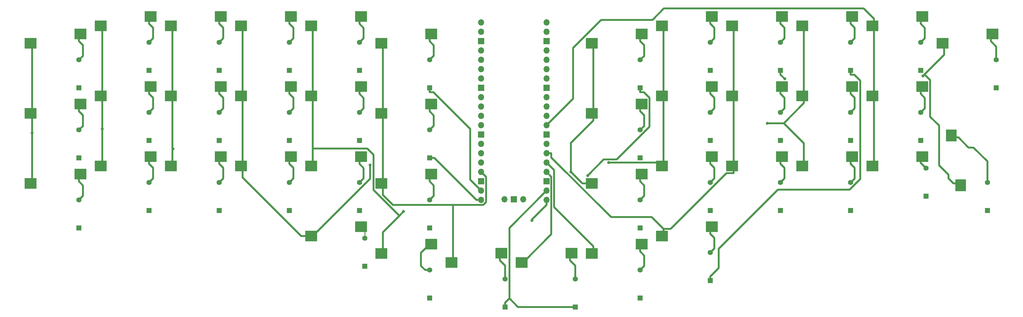
<source format=gbl>
G04 #@! TF.GenerationSoftware,KiCad,Pcbnew,8.0.4*
G04 #@! TF.CreationDate,2024-09-08T18:57:20+09:00*
G04 #@! TF.ProjectId,first_keyboard,66697273-745f-46b6-9579-626f6172642e,rev?*
G04 #@! TF.SameCoordinates,Original*
G04 #@! TF.FileFunction,Copper,L2,Bot*
G04 #@! TF.FilePolarity,Positive*
%FSLAX46Y46*%
G04 Gerber Fmt 4.6, Leading zero omitted, Abs format (unit mm)*
G04 Created by KiCad (PCBNEW 8.0.4) date 2024-09-08 18:57:20*
%MOMM*%
%LPD*%
G01*
G04 APERTURE LIST*
G04 #@! TA.AperFunction,SMDPad,CuDef*
%ADD10R,3.300000X3.000000*%
G04 #@! TD*
G04 #@! TA.AperFunction,SMDPad,CuDef*
%ADD11R,3.000000X3.300000*%
G04 #@! TD*
G04 #@! TA.AperFunction,ComponentPad*
%ADD12O,1.700000X1.700000*%
G04 #@! TD*
G04 #@! TA.AperFunction,ComponentPad*
%ADD13R,1.700000X1.700000*%
G04 #@! TD*
G04 #@! TA.AperFunction,ComponentPad*
%ADD14R,1.397000X1.397000*%
G04 #@! TD*
G04 #@! TA.AperFunction,ComponentPad*
%ADD15C,1.397000*%
G04 #@! TD*
G04 #@! TA.AperFunction,ViaPad*
%ADD16C,0.800000*%
G04 #@! TD*
G04 #@! TA.AperFunction,Conductor*
%ADD17C,0.500000*%
G04 #@! TD*
G04 #@! TA.AperFunction,Conductor*
%ADD18C,0.250000*%
G04 #@! TD*
G04 APERTURE END LIST*
D10*
X185431300Y-185538700D03*
X199031300Y-182998700D03*
X223531300Y-145057500D03*
X237131300Y-142517500D03*
X223531300Y-183157500D03*
X237131300Y-180617500D03*
X147331300Y-178395000D03*
X160931300Y-175855000D03*
X299731300Y-159345000D03*
X313331300Y-156805000D03*
X223531300Y-126007500D03*
X237131300Y-123467500D03*
X261631300Y-140295000D03*
X275231300Y-137755000D03*
X71131300Y-126007500D03*
X84731300Y-123467500D03*
X166381300Y-126007500D03*
X179981300Y-123467500D03*
X109231300Y-159345000D03*
X122831300Y-156805000D03*
X166381300Y-145057500D03*
X179981300Y-142517500D03*
X242581300Y-140295000D03*
X256181300Y-137755000D03*
X90181300Y-121245000D03*
X103781300Y-118705000D03*
X280681300Y-121245000D03*
X294281300Y-118705000D03*
X147331300Y-121245000D03*
X160931300Y-118705000D03*
X242581300Y-159345000D03*
X256181300Y-156805000D03*
D11*
X323691300Y-164562500D03*
X321151300Y-151062500D03*
D10*
X280681300Y-140295000D03*
X294281300Y-137755000D03*
X299731300Y-121245000D03*
X313331300Y-118705000D03*
X318781300Y-126007500D03*
X332381300Y-123467500D03*
X71131300Y-164107500D03*
X84731300Y-161567500D03*
X71131300Y-145057500D03*
X84731300Y-142517500D03*
X166381300Y-183157500D03*
X179981300Y-180617500D03*
X109231300Y-121245000D03*
X122831300Y-118705000D03*
X242581300Y-121245000D03*
X256181300Y-118705000D03*
X90181300Y-159345000D03*
X103781300Y-156805000D03*
X223531300Y-164107500D03*
X237131300Y-161567500D03*
X299731300Y-140295000D03*
X313331300Y-137755000D03*
X128281300Y-140295000D03*
X141881300Y-137755000D03*
X280681300Y-159345000D03*
X294281300Y-156805000D03*
X261631300Y-159345000D03*
X275231300Y-156805000D03*
X128281300Y-121245000D03*
X141881300Y-118705000D03*
X147331300Y-159345000D03*
X160931300Y-156805000D03*
X204481300Y-185538700D03*
X218081300Y-182998700D03*
X166381300Y-164107500D03*
X179981300Y-161567500D03*
X128281300Y-159345000D03*
X141881300Y-156805000D03*
X147331300Y-140295000D03*
X160931300Y-137755000D03*
D12*
X193516300Y-120332500D03*
X193516300Y-122872500D03*
D13*
X193516300Y-125412500D03*
D12*
X193516300Y-127952500D03*
X193516300Y-130492500D03*
X193516300Y-133032500D03*
X193516300Y-135572500D03*
D13*
X193516300Y-138112500D03*
D12*
X193516300Y-140652500D03*
X193516300Y-143192500D03*
X193516300Y-145732500D03*
X193516300Y-148272500D03*
D13*
X193516300Y-150812500D03*
D12*
X193516300Y-153352500D03*
X193516300Y-155892500D03*
X193516300Y-158432500D03*
X193516300Y-160972500D03*
D13*
X193516300Y-163512500D03*
D12*
X193516300Y-166052500D03*
X193516300Y-168592500D03*
X211296300Y-168592500D03*
X211296300Y-166052500D03*
D13*
X211296300Y-163512500D03*
D12*
X211296300Y-160972500D03*
X211296300Y-158432500D03*
X211296300Y-155892500D03*
X211296300Y-153352500D03*
D13*
X211296300Y-150812500D03*
D12*
X211296300Y-148272500D03*
X211296300Y-145732500D03*
X211296300Y-143192500D03*
X211296300Y-140652500D03*
D13*
X211296300Y-138112500D03*
D12*
X211296300Y-135572500D03*
X211296300Y-133032500D03*
X211296300Y-130492500D03*
X211296300Y-127952500D03*
D13*
X211296300Y-125412500D03*
D12*
X211296300Y-122872500D03*
X211296300Y-120332500D03*
X199866300Y-168362500D03*
D13*
X202406300Y-168362500D03*
D12*
X204946300Y-168362500D03*
D10*
X261631300Y-121245000D03*
X275231300Y-118705000D03*
X90181300Y-140295000D03*
X103781300Y-137755000D03*
X242581300Y-178395000D03*
X256181300Y-175855000D03*
X109231300Y-140295000D03*
X122831300Y-137755000D03*
D14*
X293846800Y-152400000D03*
D15*
X293846800Y-144780000D03*
D14*
X161925000Y-186560000D03*
D15*
X161925000Y-178940000D03*
D14*
X236696800Y-138112500D03*
D15*
X236696800Y-130492500D03*
D14*
X103346800Y-171450000D03*
D15*
X103346800Y-163830000D03*
D14*
X179546800Y-138112500D03*
D15*
X179546800Y-130492500D03*
D14*
X141446800Y-171450000D03*
D15*
X141446800Y-163830000D03*
D14*
X103346800Y-133350000D03*
D15*
X103346800Y-125730000D03*
D14*
X122396800Y-152400000D03*
D15*
X122396800Y-144780000D03*
D14*
X200025000Y-197643700D03*
D15*
X200025000Y-190023700D03*
D14*
X84296800Y-157162500D03*
D15*
X84296800Y-149542500D03*
D14*
X122396800Y-133350000D03*
D15*
X122396800Y-125730000D03*
D14*
X122396800Y-171450000D03*
D15*
X122396800Y-163830000D03*
D14*
X219075000Y-197643700D03*
D15*
X219075000Y-190023700D03*
D14*
X255746800Y-171450000D03*
D15*
X255746800Y-163830000D03*
D14*
X84296800Y-176212500D03*
D15*
X84296800Y-168592500D03*
D14*
X179546800Y-176212500D03*
D15*
X179546800Y-168592500D03*
D14*
X160496800Y-152400000D03*
D15*
X160496800Y-144780000D03*
D14*
X293846800Y-171450000D03*
D15*
X293846800Y-163830000D03*
D14*
X312896800Y-152400000D03*
D15*
X312896800Y-144780000D03*
D14*
X141446800Y-152400000D03*
D15*
X141446800Y-144780000D03*
D14*
X255746800Y-152400000D03*
D15*
X255746800Y-144780000D03*
D14*
X255746800Y-133350000D03*
D15*
X255746800Y-125730000D03*
D14*
X179546800Y-195262500D03*
D15*
X179546800Y-187642500D03*
D14*
X274796800Y-152400000D03*
D15*
X274796800Y-144780000D03*
D14*
X312896800Y-133350000D03*
D15*
X312896800Y-125730000D03*
D14*
X141446800Y-133350000D03*
D15*
X141446800Y-125730000D03*
D14*
X333375000Y-138112500D03*
D15*
X333375000Y-130492500D03*
D14*
X314325000Y-167510000D03*
D15*
X314325000Y-159890000D03*
D14*
X179546800Y-157162500D03*
D15*
X179546800Y-149542500D03*
D14*
X103346800Y-152400000D03*
D15*
X103346800Y-144780000D03*
D14*
X274796800Y-133350000D03*
D15*
X274796800Y-125730000D03*
D14*
X293846800Y-133350000D03*
D15*
X293846800Y-125730000D03*
D14*
X84296800Y-138112500D03*
D15*
X84296800Y-130492500D03*
D14*
X274796800Y-171450000D03*
D15*
X274796800Y-163830000D03*
D14*
X236696800Y-176212500D03*
D15*
X236696800Y-168592500D03*
D14*
X236696800Y-195262500D03*
D15*
X236696800Y-187642500D03*
D14*
X236696800Y-157162500D03*
D15*
X236696800Y-149542500D03*
D14*
X160496800Y-133350000D03*
D15*
X160496800Y-125730000D03*
D14*
X330993800Y-171450000D03*
D15*
X330993800Y-163830000D03*
D14*
X160496800Y-171450000D03*
D15*
X160496800Y-163830000D03*
D14*
X255746800Y-190500000D03*
D15*
X255746800Y-182880000D03*
D16*
X222428800Y-161968500D03*
X275956300Y-135647100D03*
X207331900Y-174177500D03*
X71581300Y-150339400D03*
X90631300Y-149263100D03*
X109832800Y-154639400D03*
X163384600Y-159115700D03*
X172445200Y-171710200D03*
X217909300Y-160972500D03*
X228126200Y-158432500D03*
X271257800Y-147693200D03*
X313505800Y-134830000D03*
D17*
X84281300Y-123467500D02*
X84281300Y-125419400D01*
X85363800Y-129425500D02*
X85363800Y-126501900D01*
X84296800Y-130492500D02*
X85363800Y-129425500D01*
X85363800Y-126501900D02*
X84281300Y-125419400D01*
X179546800Y-138112500D02*
X179546800Y-139262900D01*
X293846800Y-133350000D02*
X293846800Y-134500400D01*
X180553400Y-139262900D02*
X190529300Y-149238800D01*
X239241800Y-140801300D02*
X239241800Y-148664200D01*
X226821900Y-157575400D02*
X222428800Y-161968500D01*
X296450100Y-162875700D02*
X296450100Y-136097100D01*
X190529300Y-149238800D02*
X190529300Y-163065500D01*
X230330600Y-157575400D02*
X226821900Y-157575400D01*
X239241800Y-148664200D02*
X230330600Y-157575400D01*
X236696800Y-138112500D02*
X236696800Y-139262900D01*
X257998500Y-181868700D02*
X274089100Y-165778100D01*
X294853400Y-134500400D02*
X293846800Y-134500400D01*
X190529300Y-163065500D02*
X193516300Y-166052500D01*
X293547700Y-165778100D02*
X296450100Y-162875700D01*
X255746800Y-189349600D02*
X257998500Y-187097900D01*
X179546800Y-139262900D02*
X180553400Y-139262900D01*
X236696800Y-139262900D02*
X237703400Y-139262900D01*
X237703400Y-139262900D02*
X239241800Y-140801300D01*
X257998500Y-187097900D02*
X257998500Y-181868700D01*
X296450100Y-136097100D02*
X294853400Y-134500400D01*
X274089100Y-165778100D02*
X293547700Y-165778100D01*
X255746800Y-190500000D02*
X255746800Y-189349600D01*
X84296800Y-149542500D02*
X85363800Y-148475500D01*
X84281300Y-142517500D02*
X84281300Y-144469400D01*
X85363800Y-148475500D02*
X85363800Y-145551900D01*
X85363800Y-145551900D02*
X84281300Y-144469400D01*
X180784400Y-157162500D02*
X179546800Y-157162500D01*
X274809600Y-134500400D02*
X275956300Y-135647100D01*
X274796800Y-133350000D02*
X274796800Y-134500400D01*
X193516300Y-168592500D02*
X192214400Y-168592500D01*
X274796800Y-134500400D02*
X274809600Y-134500400D01*
X192214400Y-168592500D02*
X180784400Y-157162500D01*
X84281300Y-161567500D02*
X84281300Y-163519400D01*
X84296800Y-168592500D02*
X85407500Y-167481800D01*
X85407500Y-164645600D02*
X84281300Y-163519400D01*
X85407500Y-167481800D02*
X85407500Y-164645600D01*
X207332000Y-173858700D02*
X211296300Y-169894400D01*
X207331900Y-174177500D02*
X207332000Y-174177500D01*
X207332000Y-174177500D02*
X207332000Y-173858700D01*
X211296300Y-168592500D02*
X211296300Y-169894400D01*
X103331300Y-118705000D02*
X103331300Y-120656900D01*
X104424800Y-124652000D02*
X104424800Y-121750400D01*
X103346800Y-125730000D02*
X104424800Y-124652000D01*
X104424800Y-121750400D02*
X103331300Y-120656900D01*
X201175400Y-195342900D02*
X201175400Y-176173400D01*
X203476200Y-197643700D02*
X201175400Y-195342900D01*
X200025000Y-197643700D02*
X200025000Y-196493300D01*
X200025000Y-196493300D02*
X201175400Y-195342900D01*
X219075000Y-197643700D02*
X203476200Y-197643700D01*
X201175400Y-176173400D02*
X211296300Y-166052500D01*
X104424800Y-140800400D02*
X103331300Y-139706900D01*
X104424800Y-143702000D02*
X104424800Y-140800400D01*
X103331300Y-137755000D02*
X103331300Y-139706900D01*
X103346800Y-144780000D02*
X104424800Y-143702000D01*
X104424800Y-159850400D02*
X103331300Y-158756900D01*
X103331300Y-156805000D02*
X103331300Y-158756900D01*
X103346800Y-163830000D02*
X104424800Y-162752000D01*
X104424800Y-162752000D02*
X104424800Y-159850400D01*
X122381300Y-118705000D02*
X122381300Y-120656900D01*
X123474800Y-121750400D02*
X122381300Y-120656900D01*
X123474800Y-124652000D02*
X123474800Y-121750400D01*
X122396800Y-125730000D02*
X123474800Y-124652000D01*
X123474800Y-143702000D02*
X123474800Y-140800400D01*
X123474800Y-140800400D02*
X122381300Y-139706900D01*
X122381300Y-137755000D02*
X122381300Y-139706900D01*
X122396800Y-144780000D02*
X123474800Y-143702000D01*
X123474800Y-159850400D02*
X122381300Y-158756900D01*
X122396800Y-163830000D02*
X123474800Y-162752000D01*
X123474800Y-162752000D02*
X123474800Y-159850400D01*
X122381300Y-156805000D02*
X122381300Y-158756900D01*
X142524800Y-121750400D02*
X141431300Y-120656900D01*
X141446800Y-125730000D02*
X142524800Y-124652000D01*
X142524800Y-124652000D02*
X142524800Y-121750400D01*
X141431300Y-118705000D02*
X141431300Y-120656900D01*
X141446800Y-144780000D02*
X142524800Y-143702000D01*
X141431300Y-137755000D02*
X141431300Y-139706900D01*
X142524800Y-140800400D02*
X141431300Y-139706900D01*
X142524800Y-143702000D02*
X142524800Y-140800400D01*
X141431300Y-156805000D02*
X141431300Y-158756900D01*
X142524800Y-159850400D02*
X141431300Y-158756900D01*
X141446800Y-163830000D02*
X142524800Y-162752000D01*
X142524800Y-162752000D02*
X142524800Y-159850400D01*
D18*
X160481300Y-175855000D02*
X161925000Y-177298700D01*
X161925000Y-177298700D02*
X161925000Y-178940000D01*
D17*
X160481300Y-120656900D02*
X161622600Y-121798200D01*
X161622600Y-121798200D02*
X161622600Y-124604200D01*
X160481300Y-118705000D02*
X160481300Y-120656900D01*
X161622600Y-124604200D02*
X160496800Y-125730000D01*
X161622600Y-143654200D02*
X161622600Y-140848200D01*
X160496800Y-144780000D02*
X161622600Y-143654200D01*
X161622600Y-140848200D02*
X160481300Y-139706900D01*
X160481300Y-137755000D02*
X160481300Y-139706900D01*
X161609700Y-159885300D02*
X160481300Y-158756900D01*
X161609700Y-162717100D02*
X161609700Y-159885300D01*
X160481300Y-156805000D02*
X160481300Y-158756900D01*
X160496800Y-163830000D02*
X161609700Y-162717100D01*
X177184600Y-186490000D02*
X177184600Y-182964200D01*
X177184600Y-182964200D02*
X179531300Y-180617500D01*
X178337100Y-187642500D02*
X177184600Y-186490000D01*
X179546800Y-187642500D02*
X178337100Y-187642500D01*
X180663800Y-126551900D02*
X179531300Y-125419400D01*
X179546800Y-130492500D02*
X180663800Y-129375500D01*
X179531300Y-123467500D02*
X179531300Y-125419400D01*
X180663800Y-129375500D02*
X180663800Y-126551900D01*
X180657500Y-145595600D02*
X179531300Y-144469400D01*
X180657500Y-148431800D02*
X180657500Y-145595600D01*
X179531300Y-142517500D02*
X179531300Y-144469400D01*
X179546800Y-149542500D02*
X180657500Y-148431800D01*
X180657500Y-167481800D02*
X180657500Y-164645600D01*
X179546800Y-168592500D02*
X180657500Y-167481800D01*
X180657500Y-164645600D02*
X179531300Y-163519400D01*
X179531300Y-161567500D02*
X179531300Y-163519400D01*
X200025000Y-190023700D02*
X200025000Y-186394300D01*
X198581300Y-182998700D02*
X198581300Y-184950600D01*
X200025000Y-186394300D02*
X198581300Y-184950600D01*
X237763800Y-129425500D02*
X237763800Y-126501900D01*
X236696800Y-130492500D02*
X237763800Y-129425500D01*
X236681300Y-123467500D02*
X236681300Y-125419400D01*
X237763800Y-126501900D02*
X236681300Y-125419400D01*
X236696800Y-149542500D02*
X237763800Y-148475500D01*
X237763800Y-145551900D02*
X236681300Y-144469400D01*
X237763800Y-148475500D02*
X237763800Y-145551900D01*
X236681300Y-142517500D02*
X236681300Y-144469400D01*
X237807500Y-164645600D02*
X236681300Y-163519400D01*
X236681300Y-161567500D02*
X236681300Y-163519400D01*
X237807500Y-167481800D02*
X237807500Y-164645600D01*
X236696800Y-168592500D02*
X237807500Y-167481800D01*
X219075000Y-186394300D02*
X217631300Y-184950600D01*
X219075000Y-190023700D02*
X219075000Y-186394300D01*
X217631300Y-182998700D02*
X217631300Y-184950600D01*
X256824800Y-124652000D02*
X256824800Y-121750400D01*
X256824800Y-121750400D02*
X255731300Y-120656900D01*
X255746800Y-125730000D02*
X256824800Y-124652000D01*
X255731300Y-118705000D02*
X255731300Y-120656900D01*
X255731300Y-137755000D02*
X255731300Y-139706900D01*
X256818700Y-143708100D02*
X256818700Y-140794300D01*
X256818700Y-140794300D02*
X255731300Y-139706900D01*
X255746800Y-144780000D02*
X256818700Y-143708100D01*
X255746800Y-163830000D02*
X256818700Y-162758100D01*
X256818700Y-162758100D02*
X256818700Y-159844300D01*
X256818700Y-159844300D02*
X255731300Y-158756900D01*
X255731300Y-156805000D02*
X255731300Y-158756900D01*
X236681300Y-180617500D02*
X236681300Y-182569400D01*
X237807500Y-183695600D02*
X236681300Y-182569400D01*
X236696800Y-187642500D02*
X237807500Y-186531800D01*
X237807500Y-186531800D02*
X237807500Y-183695600D01*
X255731300Y-175855000D02*
X255731300Y-177806900D01*
X255746800Y-182880000D02*
X256849900Y-181776900D01*
X256849900Y-181776900D02*
X256849900Y-178925500D01*
X256849900Y-178925500D02*
X255731300Y-177806900D01*
X275874800Y-124652000D02*
X275874800Y-121750400D01*
X274781300Y-118705000D02*
X274781300Y-120656900D01*
X274796800Y-125730000D02*
X275874800Y-124652000D01*
X275874800Y-121750400D02*
X274781300Y-120656900D01*
X275878600Y-140804200D02*
X274781300Y-139706900D01*
X275878600Y-143698200D02*
X275878600Y-140804200D01*
X274796800Y-144780000D02*
X275878600Y-143698200D01*
X274781300Y-137755000D02*
X274781300Y-139706900D01*
X274781300Y-156805000D02*
X274781300Y-158756900D01*
X275874800Y-162752000D02*
X275874800Y-159850400D01*
X275874800Y-159850400D02*
X274781300Y-158756900D01*
X274796800Y-163830000D02*
X275874800Y-162752000D01*
X293846800Y-125730000D02*
X294924800Y-124652000D01*
X294924800Y-124652000D02*
X294924800Y-121750400D01*
X294924800Y-121750400D02*
X293831300Y-120656900D01*
X293831300Y-118705000D02*
X293831300Y-120656900D01*
X294924800Y-143702000D02*
X294924800Y-140800400D01*
X293846800Y-144780000D02*
X294924800Y-143702000D01*
X294924800Y-140800400D02*
X293831300Y-139706900D01*
X293831300Y-137755000D02*
X293831300Y-139706900D01*
X293846800Y-163830000D02*
X294916300Y-162760500D01*
X294916300Y-159841900D02*
X293831300Y-158756900D01*
X294916300Y-162760500D02*
X294916300Y-159841900D01*
X293831300Y-156805000D02*
X293831300Y-158756900D01*
X312881300Y-118705000D02*
X312881300Y-120656900D01*
X314022600Y-124604200D02*
X314022600Y-121798200D01*
X314022600Y-121798200D02*
X312881300Y-120656900D01*
X312896800Y-125730000D02*
X314022600Y-124604200D01*
X314011200Y-140836800D02*
X312881300Y-139706900D01*
X314011200Y-143665600D02*
X314011200Y-140836800D01*
X312896800Y-144780000D02*
X314011200Y-143665600D01*
X312881300Y-137755000D02*
X312881300Y-139706900D01*
X312881300Y-156805000D02*
X312881300Y-158446300D01*
X312881300Y-158446300D02*
X314325000Y-159890000D01*
X71581300Y-150339400D02*
X71581300Y-147009400D01*
X71581300Y-126007500D02*
X71581300Y-145057500D01*
X71581300Y-162155600D02*
X71581300Y-150339400D01*
X71581300Y-145057500D02*
X71581300Y-147009400D01*
X71581300Y-164107500D02*
X71581300Y-162155600D01*
X90631300Y-159345000D02*
X90631300Y-157393100D01*
X90631300Y-121245000D02*
X90631300Y-140295000D01*
X90631300Y-140295000D02*
X90631300Y-149263100D01*
X90631300Y-149263100D02*
X90631300Y-157393100D01*
X109681300Y-159345000D02*
X109681300Y-154790900D01*
X109681300Y-154790900D02*
X109832800Y-154639400D01*
X109681300Y-121245000D02*
X109681300Y-140295000D01*
X109681300Y-154487900D02*
X109832800Y-154639400D01*
X109681300Y-140295000D02*
X109681300Y-154487900D01*
X128731300Y-121245000D02*
X128731300Y-140295000D01*
X163384600Y-162791700D02*
X163384600Y-159115700D01*
X144627700Y-178395000D02*
X128731300Y-162498600D01*
X128731300Y-159345000D02*
X128731300Y-140295000D01*
X147781300Y-178395000D02*
X144627700Y-178395000D01*
X147781300Y-178395000D02*
X163384600Y-162791700D01*
X128731300Y-162498600D02*
X128731300Y-159345000D01*
X172445200Y-171710200D02*
X171304900Y-172850500D01*
X147781300Y-154593900D02*
X162572000Y-154593900D01*
X166831300Y-177324100D02*
X166831300Y-183157500D01*
X171304900Y-172850500D02*
X166831300Y-177324100D01*
X164279400Y-156301300D02*
X164279400Y-165825000D01*
X164279400Y-165825000D02*
X171304900Y-172850500D01*
X162572000Y-154593900D02*
X164279400Y-156301300D01*
X147781300Y-140295000D02*
X147781300Y-154593900D01*
X147781300Y-154593900D02*
X147781300Y-159345000D01*
X147781300Y-140295000D02*
X147781300Y-121245000D01*
X185881300Y-169921200D02*
X169539500Y-169921200D01*
X166831300Y-164107500D02*
X166831300Y-145057500D01*
X194835300Y-162291500D02*
X194835300Y-169176800D01*
X193516300Y-160972500D02*
X194835300Y-162291500D01*
X166831300Y-145057500D02*
X166831300Y-126007500D01*
X194090900Y-169921200D02*
X185881300Y-169921200D01*
X169539500Y-169921200D02*
X166831300Y-167213000D01*
X166831300Y-167213000D02*
X166831300Y-164107500D01*
X185881300Y-169921200D02*
X185881300Y-185538700D01*
X194835300Y-169176800D02*
X194090900Y-169921200D01*
X212598200Y-162274400D02*
X212598200Y-177871800D01*
X212598200Y-177871800D02*
X204931300Y-185538700D01*
X223981300Y-145057500D02*
X223981300Y-147009400D01*
X211296300Y-160972500D02*
X212598200Y-162274400D01*
X221044300Y-164107500D02*
X217909300Y-160972500D01*
X221429400Y-164107500D02*
X221044300Y-164107500D01*
X223981300Y-145057500D02*
X223981300Y-126007500D01*
X217909300Y-160972500D02*
X217909300Y-153081400D01*
X223981300Y-164107500D02*
X221429400Y-164107500D01*
X217909300Y-153081400D02*
X223981300Y-147009400D01*
X223981300Y-183157500D02*
X223981300Y-181205600D01*
X243031300Y-158311400D02*
X243031300Y-157393100D01*
X242910200Y-158432500D02*
X228126200Y-158432500D01*
X243031300Y-158311400D02*
X242910200Y-158432500D01*
X243031300Y-140295000D02*
X243031300Y-157393100D01*
X213306700Y-160442900D02*
X211296300Y-158432500D01*
X223981300Y-181205600D02*
X213306700Y-170531000D01*
X243031300Y-159345000D02*
X243031300Y-158311400D01*
X243031300Y-121245000D02*
X243031300Y-140295000D01*
X213306700Y-170531000D02*
X213306700Y-160442900D01*
X262081300Y-159345000D02*
X262081300Y-161296900D01*
X211296300Y-155892500D02*
X212598200Y-155892500D01*
X239793800Y-173205600D02*
X243031300Y-176443100D01*
X260129400Y-161296900D02*
X262081300Y-161296900D01*
X243031300Y-176514000D02*
X243031300Y-176443100D01*
X228772100Y-173205600D02*
X239793800Y-173205600D01*
X212598200Y-155892500D02*
X212598200Y-157031700D01*
X262081300Y-140295000D02*
X262081300Y-121245000D01*
X243031300Y-178395000D02*
X243031300Y-176514000D01*
X243031300Y-176443100D02*
X244983200Y-176443100D01*
X262081300Y-159345000D02*
X262081300Y-140295000D01*
X244983200Y-176443100D02*
X260129400Y-161296900D01*
X212598200Y-157031700D02*
X228772100Y-173205600D01*
X271257800Y-147693200D02*
X275685000Y-147693200D01*
X281131300Y-153139500D02*
X275685000Y-147693200D01*
X281131300Y-140295000D02*
X281131300Y-142246900D01*
X281131300Y-159345000D02*
X281131300Y-153139500D01*
X275685000Y-147693200D02*
X281131300Y-142246900D01*
X281131300Y-121245000D02*
X281131300Y-140295000D01*
X300181300Y-140295000D02*
X300181300Y-121245000D01*
X300181300Y-121245000D02*
X300181300Y-119293100D01*
X226067500Y-119626900D02*
X240062200Y-119626900D01*
X218486200Y-141082600D02*
X218486200Y-127208200D01*
X243162900Y-116526200D02*
X297414400Y-116526200D01*
X211296300Y-148272500D02*
X218486200Y-141082600D01*
X240062200Y-119626900D02*
X243162900Y-116526200D01*
X297414400Y-116526200D02*
X300181300Y-119293100D01*
X218486200Y-127208200D02*
X226067500Y-119626900D01*
X300181300Y-140295000D02*
X300181300Y-159345000D01*
X320407100Y-162730200D02*
X320407100Y-161737600D01*
X315433200Y-135998900D02*
X313885100Y-134450700D01*
X317853500Y-159184000D02*
X317853500Y-148333900D01*
X313885100Y-134450700D02*
X313505800Y-134830000D01*
X319231300Y-129104500D02*
X313885100Y-134450700D01*
X320407100Y-161737600D02*
X317853500Y-159184000D01*
X317853500Y-148333900D02*
X315433200Y-145913600D01*
X315433200Y-145913600D02*
X315433200Y-135998900D01*
X319231300Y-126007500D02*
X319231300Y-129104500D01*
X323691300Y-164062500D02*
X321739400Y-164062500D01*
X321739400Y-164062500D02*
X320407100Y-162730200D01*
X333375000Y-130492500D02*
X333375000Y-126863100D01*
X331931300Y-123467500D02*
X331931300Y-125419400D01*
X333375000Y-126863100D02*
X331931300Y-125419400D01*
X330993800Y-158080900D02*
X327233100Y-154320200D01*
X321151300Y-151562500D02*
X323103200Y-151562500D01*
X325860900Y-154320200D02*
X323103200Y-151562500D01*
X330993800Y-163830000D02*
X330993800Y-158080900D01*
X327233100Y-154320200D02*
X325860900Y-154320200D01*
M02*

</source>
